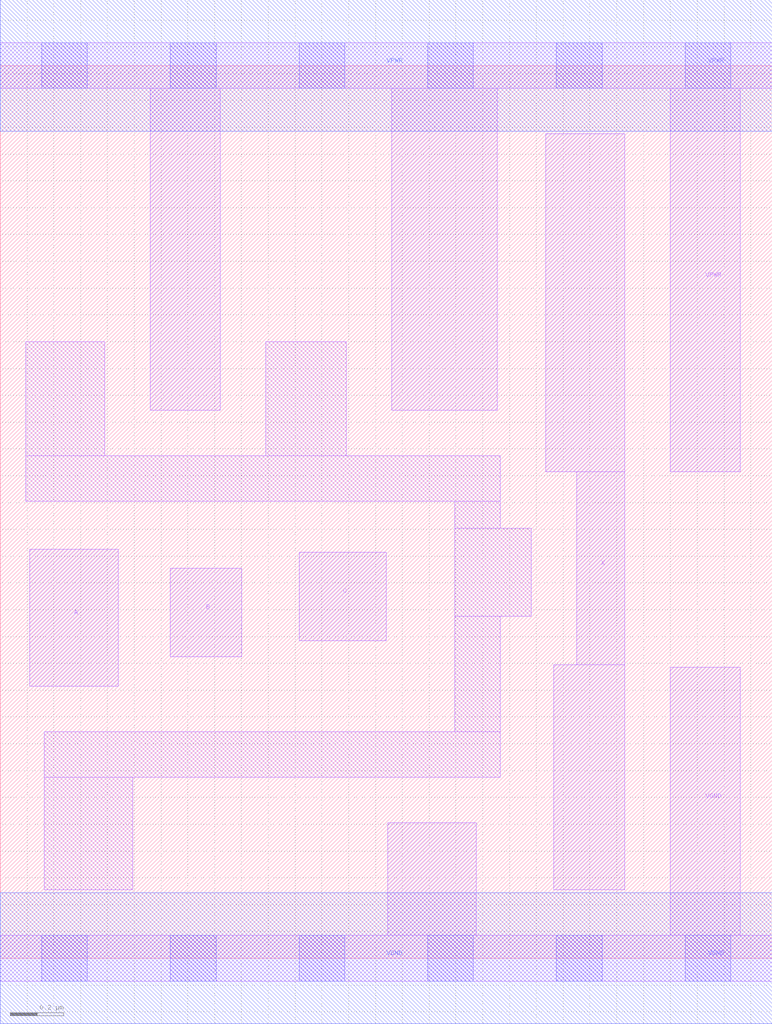
<source format=lef>
# Copyright 2020 The SkyWater PDK Authors
#
# Licensed under the Apache License, Version 2.0 (the "License");
# you may not use this file except in compliance with the License.
# You may obtain a copy of the License at
#
#     https://www.apache.org/licenses/LICENSE-2.0
#
# Unless required by applicable law or agreed to in writing, software
# distributed under the License is distributed on an "AS IS" BASIS,
# WITHOUT WARRANTIES OR CONDITIONS OF ANY KIND, either express or implied.
# See the License for the specific language governing permissions and
# limitations under the License.
#
# SPDX-License-Identifier: Apache-2.0

VERSION 5.7 ;
  NAMESCASESENSITIVE ON ;
  NOWIREEXTENSIONATPIN ON ;
  DIVIDERCHAR "/" ;
  BUSBITCHARS "[]" ;
UNITS
  DATABASE MICRONS 200 ;
END UNITS
MACRO sky130_fd_sc_lp__and3_2
  CLASS CORE ;
  SOURCE USER ;
  FOREIGN sky130_fd_sc_lp__and3_2 ;
  ORIGIN  0.000000  0.000000 ;
  SIZE  2.880000 BY  3.330000 ;
  SYMMETRY X Y R90 ;
  SITE unit ;
  PIN A
    ANTENNAGATEAREA  0.126000 ;
    DIRECTION INPUT ;
    USE SIGNAL ;
    PORT
      LAYER li1 ;
        RECT 0.110000 1.015000 0.440000 1.525000 ;
    END
  END A
  PIN B
    ANTENNAGATEAREA  0.126000 ;
    DIRECTION INPUT ;
    USE SIGNAL ;
    PORT
      LAYER li1 ;
        RECT 0.635000 1.125000 0.900000 1.455000 ;
    END
  END B
  PIN C
    ANTENNAGATEAREA  0.126000 ;
    DIRECTION INPUT ;
    USE SIGNAL ;
    PORT
      LAYER li1 ;
        RECT 1.115000 1.185000 1.440000 1.515000 ;
    END
  END C
  PIN X
    ANTENNADIFFAREA  0.588000 ;
    DIRECTION OUTPUT ;
    USE SIGNAL ;
    PORT
      LAYER li1 ;
        RECT 2.035000 1.815000 2.330000 3.075000 ;
        RECT 2.065000 0.255000 2.330000 1.095000 ;
        RECT 2.150000 1.095000 2.330000 1.815000 ;
    END
  END X
  PIN VGND
    DIRECTION INOUT ;
    USE GROUND ;
    PORT
      LAYER li1 ;
        RECT 0.000000 -0.085000 2.880000 0.085000 ;
        RECT 1.445000  0.085000 1.775000 0.505000 ;
        RECT 2.500000  0.085000 2.760000 1.085000 ;
      LAYER mcon ;
        RECT 0.155000 -0.085000 0.325000 0.085000 ;
        RECT 0.635000 -0.085000 0.805000 0.085000 ;
        RECT 1.115000 -0.085000 1.285000 0.085000 ;
        RECT 1.595000 -0.085000 1.765000 0.085000 ;
        RECT 2.075000 -0.085000 2.245000 0.085000 ;
        RECT 2.555000 -0.085000 2.725000 0.085000 ;
      LAYER met1 ;
        RECT 0.000000 -0.245000 2.880000 0.245000 ;
    END
  END VGND
  PIN VPWR
    DIRECTION INOUT ;
    USE POWER ;
    PORT
      LAYER li1 ;
        RECT 0.000000 3.245000 2.880000 3.415000 ;
        RECT 0.560000 2.045000 0.820000 3.245000 ;
        RECT 1.460000 2.045000 1.855000 3.245000 ;
        RECT 2.500000 1.815000 2.760000 3.245000 ;
      LAYER mcon ;
        RECT 0.155000 3.245000 0.325000 3.415000 ;
        RECT 0.635000 3.245000 0.805000 3.415000 ;
        RECT 1.115000 3.245000 1.285000 3.415000 ;
        RECT 1.595000 3.245000 1.765000 3.415000 ;
        RECT 2.075000 3.245000 2.245000 3.415000 ;
        RECT 2.555000 3.245000 2.725000 3.415000 ;
      LAYER met1 ;
        RECT 0.000000 3.085000 2.880000 3.575000 ;
    END
  END VPWR
  OBS
    LAYER li1 ;
      RECT 0.095000 1.705000 1.865000 1.875000 ;
      RECT 0.095000 1.875000 0.390000 2.300000 ;
      RECT 0.165000 0.255000 0.495000 0.675000 ;
      RECT 0.165000 0.675000 1.865000 0.845000 ;
      RECT 0.990000 1.875000 1.290000 2.300000 ;
      RECT 1.695000 0.845000 1.865000 1.275000 ;
      RECT 1.695000 1.275000 1.980000 1.605000 ;
      RECT 1.695000 1.605000 1.865000 1.705000 ;
  END
END sky130_fd_sc_lp__and3_2

</source>
